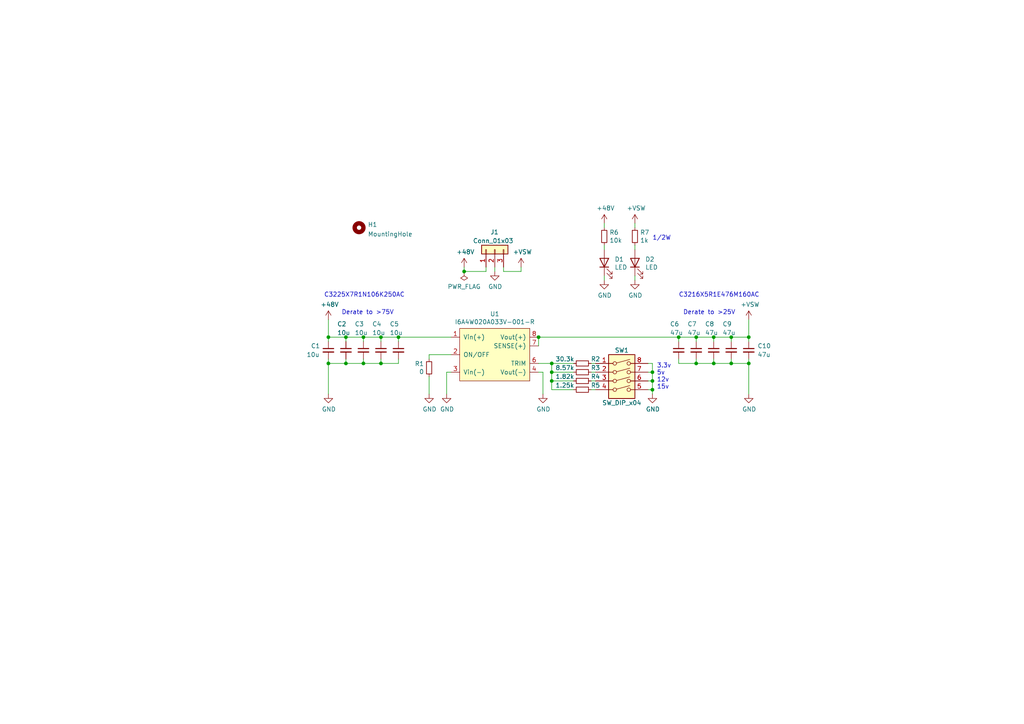
<source format=kicad_sch>
(kicad_sch (version 20211123) (generator eeschema)
  (paper "A4")
  (lib_symbols
    (symbol "Connector_Generic:Conn_01x03" (pin_names (offset 1.016) hide)
      (property "Reference" "J" (at 0 5.08 0))
      (property "Value" "Conn_01x03" (at 0 -5.08 0))
      (symbol "Conn_01x03_1_1"
        (rectangle (start -1.27 -2.413) (end 0 -2.667) (stroke (width 0.1524)))
        (rectangle (start -1.27 0.127) (end 0 -0.127) (stroke (width 0.1524)))
        (rectangle (start -1.27 2.667) (end 0 2.413) (stroke (width 0.1524)))
        (rectangle (start -1.27 3.81) (end 1.27 -3.81) (stroke (width 0.254)) (fill (type background)))
        (pin passive line (at -5.08 2.54 0) (length 3.81) (name "Pin_1") (number "1"))
        (pin passive line (at -5.08 0 0) (length 3.81) (name "Pin_2") (number "2"))
        (pin passive line (at -5.08 -2.54 0) (length 3.81) (name "Pin_3") (number "3"))
      )
    )
    (symbol "Device:C_Small" (pin_numbers hide) (pin_names (offset 0.254) hide)
      (property "Reference" "C" (at 0.254 1.778 0))
      (property "Value" "C_Small" (at 0.254 -2.032 0))
      (symbol "C_Small_0_1"
        (polyline (pts (xy -1.524 -0.508) (xy 1.524 -0.508)) (stroke (width 0.3302)))
        (polyline (pts (xy -1.524 0.508) (xy 1.524 0.508)) (stroke (width 0.3048)))
      )
      (symbol "C_Small_1_1"
        (pin passive line (at 0 2.54 270) (length 2.032) (name "~") (number "1"))
        (pin passive line (at 0 -2.54 90) (length 2.032) (name "~") (number "2"))
      )
    )
    (symbol "Device:LED" (pin_numbers hide) (pin_names (offset 1.016) hide)
      (property "Reference" "D" (at 0 2.54 0))
      (property "Value" "LED" (at 0 -2.54 0))
      (symbol "LED_0_1"
        (polyline (pts (xy -1.27 -1.27) (xy -1.27 1.27)) (stroke (width 0.254)))
        (polyline (pts (xy -1.27 0) (xy 1.27 0)))
        (polyline (pts (xy 1.27 -1.27) (xy 1.27 1.27) (xy -1.27 0) (xy 1.27 -1.27)) (stroke (width 0.254)))
        (polyline (pts (xy -3.048 -0.762) (xy -4.572 -2.286) (xy -3.81 -2.286) (xy -4.572 -2.286) (xy -4.572 -1.524)))
        (polyline (pts (xy -1.778 -0.762) (xy -3.302 -2.286) (xy -2.54 -2.286) (xy -3.302 -2.286) (xy -3.302 -1.524)))
      )
      (symbol "LED_1_1"
        (pin passive line (at -3.81 0 0) (length 2.54) (name "K") (number "1"))
        (pin passive line (at 3.81 0 180) (length 2.54) (name "A") (number "2"))
      )
    )
    (symbol "Device:R_Small" (pin_numbers hide) (pin_names (offset 0.254) hide)
      (property "Reference" "R" (at 0.762 0.508 0))
      (property "Value" "R_Small" (at 0.762 -1.016 0))
      (symbol "R_Small_0_1"
        (rectangle (start -0.762 1.778) (end 0.762 -1.778) (stroke (width 0.2032)))
      )
      (symbol "R_Small_1_1"
        (pin passive line (at 0 2.54 270) (length 0.762) (name "~") (number "1"))
        (pin passive line (at 0 -2.54 90) (length 0.762) (name "~") (number "2"))
      )
    )
    (symbol "Mechanical:MountingHole" (pin_names (offset 1.016))
      (property "Reference" "H" (at 0 5.08 0))
      (property "Value" "MountingHole" (at 0 3.175 0))
      (symbol "MountingHole_0_1"
        (circle (center 0 0) (radius 1.27) (stroke (width 1.27)))
      )
    )
    (symbol "Switch:SW_DIP_x04" (pin_names (offset 0) hide)
      (property "Reference" "SW" (at 0 8.89 0))
      (property "Value" "SW_DIP_x04" (at 0 -6.35 0))
      (symbol "SW_DIP_x04_0_0"
        (circle (center -2.032 -2.54) (radius 0.508))
        (circle (center -2.032 0) (radius 0.508))
        (circle (center -2.032 2.54) (radius 0.508))
        (circle (center -2.032 5.08) (radius 0.508))
        (polyline (pts (xy -1.524 -2.3876) (xy 2.3622 -1.3462)))
        (polyline (pts (xy -1.524 0.127) (xy 2.3622 1.1684)))
        (polyline (pts (xy -1.524 2.667) (xy 2.3622 3.7084)))
        (polyline (pts (xy -1.524 5.207) (xy 2.3622 6.2484)))
        (circle (center 2.032 -2.54) (radius 0.508))
        (circle (center 2.032 0) (radius 0.508))
        (circle (center 2.032 2.54) (radius 0.508))
        (circle (center 2.032 5.08) (radius 0.508))
      )
      (symbol "SW_DIP_x04_0_1"
        (rectangle (start -3.81 7.62) (end 3.81 -5.08) (stroke (width 0.254)) (fill (type background)))
      )
      (symbol "SW_DIP_x04_1_1"
        (pin passive line (at -7.62 5.08 0) (length 5.08) (name "~") (number "1"))
        (pin passive line (at -7.62 2.54 0) (length 5.08) (name "~") (number "2"))
        (pin passive line (at -7.62 0 0) (length 5.08) (name "~") (number "3"))
        (pin passive line (at -7.62 -2.54 0) (length 5.08) (name "~") (number "4"))
        (pin passive line (at 7.62 -2.54 180) (length 5.08) (name "~") (number "5"))
        (pin passive line (at 7.62 0 180) (length 5.08) (name "~") (number "6"))
        (pin passive line (at 7.62 2.54 180) (length 5.08) (name "~") (number "7"))
        (pin passive line (at 7.62 5.08 180) (length 5.08) (name "~") (number "8"))
      )
    )
    (symbol "extraparts:I6A4W020A033V-001-R" (pin_names (offset 1.016))
      (property "Reference" "U" (at 0 11.43 0))
      (property "Value" "I6A4W020A033V-001-R" (at 0 8.89 0))
      (symbol "I6A4W020A033V-001-R_0_1"
        (rectangle (start -10.16 7.62) (end 10.16 -7.62) (fill (type background)))
      )
      (symbol "I6A4W020A033V-001-R_1_1"
        (pin power_in line (at -12.7 5.08 0) (length 2.54) (name "Vin(+)") (number "1"))
        (pin input line (at -12.7 0 0) (length 2.54) (name "ON/OFF") (number "2"))
        (pin power_in line (at -12.7 -5.08 0) (length 2.54) (name "Vin(-)") (number "3"))
        (pin power_out line (at 12.7 -5.08 180) (length 2.54) (name "Vout(-)") (number "4"))
        (pin input line (at 12.7 -2.54 180) (length 2.54) (name "TRIM") (number "6"))
        (pin input line (at 12.7 2.54 180) (length 2.54) (name "SENSE(+)") (number "7"))
        (pin power_out line (at 12.7 5.08 180) (length 2.54) (name "Vout(+)") (number "8"))
      )
    )
    (symbol "power:+48V" (power) (pin_names (offset 0))
      (property "Value" "+48V" (at 0 3.556 0))
      (symbol "+48V_0_1"
        (polyline (pts (xy -0.762 1.27) (xy 0 2.54)))
        (polyline (pts (xy 0 0) (xy 0 2.54)))
        (polyline (pts (xy 0 2.54) (xy 0.762 1.27)))
      )
      (symbol "+48V_1_1"
        (pin power_in line (at 0 0 90) (length 0) hide (name "+48V") (number "1"))
      )
    )
    (symbol "power:+VSW" (power) (pin_names (offset 0))
      (property "Value" "+VSW" (at 0 3.556 0))
      (symbol "+VSW_0_1"
        (polyline (pts (xy -0.762 1.27) (xy 0 2.54)))
        (polyline (pts (xy 0 0) (xy 0 2.54)))
        (polyline (pts (xy 0 2.54) (xy 0.762 1.27)))
      )
      (symbol "+VSW_1_1"
        (pin power_in line (at 0 0 90) (length 0) hide (name "+VSW") (number "1"))
      )
    )
    (symbol "power:GND" (power) (pin_names (offset 0))
      (property "Value" "GND" (at 0 -3.81 0))
      (symbol "GND_0_1"
        (polyline (pts (xy 0 0) (xy 0 -1.27) (xy 1.27 -1.27) (xy 0 -2.54) (xy -1.27 -1.27) (xy 0 -1.27)))
      )
      (symbol "GND_1_1"
        (pin power_in line (at 0 0 270) (length 0) hide (name "GND") (number "1"))
      )
    )
    (symbol "power:PWR_FLAG" (power) (pin_numbers hide) (pin_names (offset 0) hide)
      (property "Value" "PWR_FLAG" (at 0 3.81 0))
      (symbol "PWR_FLAG_0_0"
        (pin power_out line (at 0 0 90) (length 0) (name "pwr") (number "1"))
      )
      (symbol "PWR_FLAG_0_1"
        (polyline (pts (xy 0 0) (xy 0 1.27) (xy -1.016 1.905) (xy 0 2.54) (xy 1.016 1.905) (xy 0 1.27)))
      )
    )
  )
  (junction (at 207.01 105.41))
  (junction (at 160.02 110.49))
  (junction (at 95.25 105.41))
  (junction (at 100.33 105.41))
  (junction (at 100.33 97.79))
  (junction (at 115.57 97.79))
  (junction (at 196.85 97.79))
  (junction (at 217.17 105.41))
  (junction (at 201.93 105.41))
  (junction (at 110.49 97.79))
  (junction (at 189.23 110.49))
  (junction (at 217.17 97.79))
  (junction (at 105.41 97.79))
  (junction (at 160.02 107.95))
  (junction (at 201.93 97.79))
  (junction (at 105.41 105.41))
  (junction (at 189.23 113.03))
  (junction (at 212.09 105.41))
  (junction (at 189.23 107.95))
  (junction (at 207.01 97.79))
  (junction (at 212.09 97.79))
  (junction (at 160.02 105.41))
  (junction (at 95.25 97.79))
  (junction (at 156.21 97.79))
  (junction (at 134.62 78.74))
  (junction (at 110.49 105.41))
  (wire (pts (xy 196.85 105.41) (xy 201.93 105.41)))
  (wire (pts (xy 196.85 97.79) (xy 196.85 99.06)))
  (wire (pts (xy 187.96 107.95) (xy 189.23 107.95)))
  (wire (pts (xy 171.45 107.95) (xy 172.72 107.95)))
  (wire (pts (xy 156.21 100.33) (xy 156.21 97.79)))
  (wire (pts (xy 115.57 97.79) (xy 110.49 97.79)))
  (wire (pts (xy 95.25 104.14) (xy 95.25 105.41)))
  (wire (pts (xy 175.26 80.01) (xy 175.26 81.28)))
  (wire (pts (xy 201.93 99.06) (xy 201.93 97.79)))
  (wire (pts (xy 189.23 107.95) (xy 189.23 105.41)))
  (wire (pts (xy 166.37 110.49) (xy 160.02 110.49)))
  (wire (pts (xy 105.41 97.79) (xy 110.49 97.79)))
  (wire (pts (xy 160.02 105.41) (xy 156.21 105.41)))
  (wire (pts (xy 134.62 77.47) (xy 134.62 78.74)))
  (wire (pts (xy 95.25 92.71) (xy 95.25 97.79)))
  (wire (pts (xy 212.09 105.41) (xy 217.17 105.41)))
  (wire (pts (xy 100.33 105.41) (xy 105.41 105.41)))
  (wire (pts (xy 143.51 77.47) (xy 143.51 78.74)))
  (wire (pts (xy 105.41 99.06) (xy 105.41 97.79)))
  (wire (pts (xy 196.85 97.79) (xy 156.21 97.79)))
  (wire (pts (xy 95.25 105.41) (xy 95.25 114.3)))
  (wire (pts (xy 166.37 105.41) (xy 160.02 105.41)))
  (wire (pts (xy 100.33 99.06) (xy 100.33 97.79)))
  (wire (pts (xy 212.09 97.79) (xy 217.17 97.79)))
  (wire (pts (xy 110.49 99.06) (xy 110.49 97.79)))
  (wire (pts (xy 217.17 92.71) (xy 217.17 97.79)))
  (wire (pts (xy 217.17 105.41) (xy 217.17 114.3)))
  (wire (pts (xy 217.17 104.14) (xy 217.17 105.41)))
  (wire (pts (xy 166.37 113.03) (xy 160.02 113.03)))
  (wire (pts (xy 175.26 64.77) (xy 175.26 66.04)))
  (wire (pts (xy 201.93 97.79) (xy 196.85 97.79)))
  (wire (pts (xy 146.05 77.47) (xy 146.05 78.74)))
  (wire (pts (xy 187.96 113.03) (xy 189.23 113.03)))
  (wire (pts (xy 160.02 113.03) (xy 160.02 110.49)))
  (wire (pts (xy 196.85 104.14) (xy 196.85 105.41)))
  (wire (pts (xy 95.25 105.41) (xy 100.33 105.41)))
  (wire (pts (xy 100.33 97.79) (xy 105.41 97.79)))
  (wire (pts (xy 184.15 80.01) (xy 184.15 81.28)))
  (wire (pts (xy 201.93 105.41) (xy 207.01 105.41)))
  (wire (pts (xy 124.46 104.14) (xy 124.46 102.87)))
  (wire (pts (xy 171.45 105.41) (xy 172.72 105.41)))
  (wire (pts (xy 207.01 99.06) (xy 207.01 97.79)))
  (wire (pts (xy 146.05 78.74) (xy 151.13 78.74)))
  (wire (pts (xy 110.49 105.41) (xy 115.57 105.41)))
  (wire (pts (xy 166.37 107.95) (xy 160.02 107.95)))
  (wire (pts (xy 187.96 110.49) (xy 189.23 110.49)))
  (wire (pts (xy 189.23 113.03) (xy 189.23 110.49)))
  (wire (pts (xy 115.57 99.06) (xy 115.57 97.79)))
  (wire (pts (xy 189.23 110.49) (xy 189.23 107.95)))
  (wire (pts (xy 184.15 71.12) (xy 184.15 72.39)))
  (wire (pts (xy 160.02 110.49) (xy 160.02 107.95)))
  (wire (pts (xy 184.15 64.77) (xy 184.15 66.04)))
  (wire (pts (xy 157.48 114.3) (xy 157.48 107.95)))
  (wire (pts (xy 110.49 104.14) (xy 110.49 105.41)))
  (wire (pts (xy 124.46 114.3) (xy 124.46 109.22)))
  (wire (pts (xy 105.41 105.41) (xy 110.49 105.41)))
  (wire (pts (xy 172.72 110.49) (xy 171.45 110.49)))
  (wire (pts (xy 207.01 105.41) (xy 212.09 105.41)))
  (wire (pts (xy 105.41 104.14) (xy 105.41 105.41)))
  (wire (pts (xy 95.25 97.79) (xy 100.33 97.79)))
  (wire (pts (xy 129.54 114.3) (xy 129.54 107.95)))
  (wire (pts (xy 151.13 78.74) (xy 151.13 77.47)))
  (wire (pts (xy 134.62 78.74) (xy 140.97 78.74)))
  (wire (pts (xy 160.02 107.95) (xy 160.02 105.41)))
  (wire (pts (xy 130.81 97.79) (xy 115.57 97.79)))
  (wire (pts (xy 171.45 113.03) (xy 172.72 113.03)))
  (wire (pts (xy 175.26 71.12) (xy 175.26 72.39)))
  (wire (pts (xy 201.93 104.14) (xy 201.93 105.41)))
  (wire (pts (xy 115.57 105.41) (xy 115.57 104.14)))
  (wire (pts (xy 212.09 99.06) (xy 212.09 97.79)))
  (wire (pts (xy 189.23 105.41) (xy 187.96 105.41)))
  (wire (pts (xy 124.46 102.87) (xy 130.81 102.87)))
  (wire (pts (xy 189.23 114.3) (xy 189.23 113.03)))
  (wire (pts (xy 217.17 97.79) (xy 217.17 99.06)))
  (wire (pts (xy 207.01 97.79) (xy 212.09 97.79)))
  (wire (pts (xy 212.09 104.14) (xy 212.09 105.41)))
  (wire (pts (xy 95.25 99.06) (xy 95.25 97.79)))
  (wire (pts (xy 129.54 107.95) (xy 130.81 107.95)))
  (wire (pts (xy 157.48 107.95) (xy 156.21 107.95)))
  (wire (pts (xy 207.01 104.14) (xy 207.01 105.41)))
  (wire (pts (xy 100.33 104.14) (xy 100.33 105.41)))
  (wire (pts (xy 201.93 97.79) (xy 207.01 97.79)))
  (wire (pts (xy 140.97 78.74) (xy 140.97 77.47)))
  (text "1/2W" (at 189.23 69.85 0) (effects (font (size 1.27 1.27)) (justify left bottom)))
  (text "3.3v\n5v\n12v\n15v" (at 190.5 113.03 0) (effects (font (size 1.27 1.27)) (justify left bottom)))
  (text "Derate to >75V" (at 99.06 91.44 0) (effects (font (size 1.27 1.27)) (justify left bottom)))
  (text "C3225X7R1N106K250AC" (at 93.98 86.36 0) (effects (font (size 1.27 1.27)) (justify left bottom)))
  (text "C3216X5R1E476M160AC" (at 196.85 86.36 0) (effects (font (size 1.27 1.27)) (justify left bottom)))
  (text "Derate to >25V" (at 198.12 91.44 0) (effects (font (size 1.27 1.27)) (justify left bottom)))
  (symbol (lib_id "extraparts:I6A4W020A033V-001-R") (at 143.51 102.87 0) (unit 1)
    (property "Reference" "U1" (at 143.51 91.059 0))
    (property "Value" "I6A4W020A033V-001-R" (at 143.51 93.3704 0))
    (property "Footprint" "extraparts:I6A4W020A033V-001-R" (effects hide))
  )
  (symbol (lib_id "Device:R_Small") (at 124.46 106.68 0) (mirror x) (unit 1)
    (property "Reference" "R1" (at 122.9868 105.5116 0) (effects (justify right)))
    (property "Value" "0" (at 122.9868 107.823 0) (effects (justify right)))
    (property "Footprint" "Resistor_SMD:R_0603_1608Metric" (effects hide))
  )
  (symbol (lib_id "power:GND") (at 129.54 114.3 0) (unit 1)
    (property "Reference" "#PWR04" (effects hide))
    (property "Value" "GND" (at 129.667 118.6942 0))
  )
  (symbol (lib_id "power:GND") (at 124.46 114.3 0) (unit 1)
    (property "Reference" "#PWR03" (effects hide))
    (property "Value" "GND" (at 124.587 118.6942 0))
  )
  (symbol (lib_id "power:GND") (at 157.48 114.3 0) (unit 1)
    (property "Reference" "#PWR08" (effects hide))
    (property "Value" "GND" (at 157.607 118.6942 0))
  )
  (symbol (lib_id "Switch:SW_DIP_x04") (at 180.34 110.49 0) (unit 1)
    (property "Reference" "SW1" (at 180.34 101.6 0))
    (property "Value" "SW_DIP_x04" (at 180.34 116.84 0))
    (property "Footprint" "Button_Switch_SMD:SW_DIP_SPSTx04_Slide_Omron_A6H-4101_W6.15mm_P1.27mm" (effects hide))
  )
  (symbol (lib_id "Device:R_Small") (at 168.91 105.41 270) (unit 1)
    (property "Reference" "R2" (at 172.72 104.14 90))
    (property "Value" "30.3k" (at 163.83 104.14 90))
    (property "Footprint" "Resistor_SMD:R_0603_1608Metric" (effects hide))
  )
  (symbol (lib_id "Device:R_Small") (at 168.91 107.95 270) (unit 1)
    (property "Reference" "R3" (at 172.72 106.68 90))
    (property "Value" "8.57k" (at 163.83 106.68 90))
    (property "Footprint" "Resistor_SMD:R_0603_1608Metric" (effects hide))
  )
  (symbol (lib_id "Device:R_Small") (at 168.91 110.49 270) (unit 1)
    (property "Reference" "R4" (at 172.72 109.22 90))
    (property "Value" "1.82k" (at 163.83 109.22 90))
    (property "Footprint" "Resistor_SMD:R_0603_1608Metric" (effects hide))
  )
  (symbol (lib_id "Device:R_Small") (at 168.91 113.03 270) (unit 1)
    (property "Reference" "R5" (at 172.72 111.76 90))
    (property "Value" "1.25k" (at 163.83 111.76 90))
    (property "Footprint" "Resistor_SMD:R_0603_1608Metric" (effects hide))
  )
  (symbol (lib_id "power:GND") (at 189.23 114.3 0) (unit 1)
    (property "Reference" "#PWR013" (effects hide))
    (property "Value" "GND" (at 189.357 118.6942 0))
  )
  (symbol (lib_id "Device:C_Small") (at 110.49 101.6 0) (unit 1)
    (property "Reference" "C4" (at 107.95 93.98 0) (effects (justify left)))
    (property "Value" "10u" (at 107.95 96.52 0) (effects (justify left)))
    (property "Footprint" "Capacitor_SMD:C_1210_3225Metric" (effects hide))
  )
  (symbol (lib_id "Device:C_Small") (at 115.57 101.6 0) (unit 1)
    (property "Reference" "C5" (at 113.03 93.98 0) (effects (justify left)))
    (property "Value" "10u" (at 113.03 96.52 0) (effects (justify left)))
    (property "Footprint" "Capacitor_SMD:C_1210_3225Metric" (effects hide))
  )
  (symbol (lib_id "power:GND") (at 95.25 114.3 0) (unit 1)
    (property "Reference" "#PWR02" (effects hide))
    (property "Value" "GND" (at 95.377 118.6942 0))
  )
  (symbol (lib_id "power:+48V") (at 95.25 92.71 0) (unit 1)
    (property "Reference" "#PWR01" (effects hide))
    (property "Value" "+48V" (at 95.631 88.3158 0))
  )
  (symbol (lib_id "Device:C_Small") (at 201.93 101.6 0) (unit 1)
    (property "Reference" "C7" (at 199.39 93.98 0) (effects (justify left)))
    (property "Value" "47u" (at 199.39 96.52 0) (effects (justify left)))
    (property "Footprint" "Capacitor_SMD:C_1206_3216Metric" (effects hide))
  )
  (symbol (lib_id "Device:C_Small") (at 207.01 101.6 0) (unit 1)
    (property "Reference" "C8" (at 204.47 93.98 0) (effects (justify left)))
    (property "Value" "47u" (at 204.47 96.52 0) (effects (justify left)))
    (property "Footprint" "Capacitor_SMD:C_1206_3216Metric" (effects hide))
  )
  (symbol (lib_id "Device:C_Small") (at 212.09 101.6 0) (unit 1)
    (property "Reference" "C9" (at 209.55 93.98 0) (effects (justify left)))
    (property "Value" "47u" (at 209.55 96.52 0) (effects (justify left)))
    (property "Footprint" "Capacitor_SMD:C_1206_3216Metric" (effects hide))
  )
  (symbol (lib_id "Device:C_Small") (at 217.17 101.6 0) (unit 1)
    (property "Reference" "C10" (at 219.71 100.33 0) (effects (justify left)))
    (property "Value" "47u" (at 219.71 102.87 0) (effects (justify left)))
    (property "Footprint" "Capacitor_SMD:C_1206_3216Metric" (effects hide))
  )
  (symbol (lib_id "power:GND") (at 217.17 114.3 0) (unit 1)
    (property "Reference" "#PWR015" (effects hide))
    (property "Value" "GND" (at 217.297 118.6942 0))
  )
  (symbol (lib_id "power:+VSW") (at 217.17 92.71 0) (unit 1)
    (property "Reference" "#PWR014" (effects hide))
    (property "Value" "+VSW" (at 217.551 88.3158 0))
  )
  (symbol (lib_id "Connector_Generic:Conn_01x03") (at 143.51 72.39 90) (unit 1)
    (property "Reference" "J1" (at 142.24 67.31 90) (effects (justify right)))
    (property "Value" "Conn_01x03" (at 137.16 69.85 90) (effects (justify right)))
    (property "Footprint" "extraparts:Samtec_mPOWER_UMPT_3pin" (effects hide))
  )
  (symbol (lib_id "power:GND") (at 143.51 78.74 0) (unit 1)
    (property "Reference" "#PWR06" (effects hide))
    (property "Value" "GND" (at 143.637 83.1342 0))
  )
  (symbol (lib_id "power:+48V") (at 134.62 77.47 0) (unit 1)
    (property "Reference" "#PWR05" (effects hide))
    (property "Value" "+48V" (at 135.001 73.0758 0))
  )
  (symbol (lib_id "power:+VSW") (at 151.13 77.47 0) (unit 1)
    (property "Reference" "#PWR07" (effects hide))
    (property "Value" "+VSW" (at 151.511 73.0758 0))
  )
  (symbol (lib_id "Device:R_Small") (at 175.26 68.58 0) (unit 1)
    (property "Reference" "R6" (at 176.7586 67.4116 0) (effects (justify left)))
    (property "Value" "10k" (at 176.7586 69.723 0) (effects (justify left)))
    (property "Footprint" "Resistor_SMD:R_1206_3216Metric" (effects hide))
  )
  (symbol (lib_id "Device:LED") (at 175.26 76.2 90) (unit 1)
    (property "Reference" "D1" (at 178.2572 75.2094 90) (effects (justify right)))
    (property "Value" "LED" (at 178.2572 77.5208 90) (effects (justify right)))
    (property "Footprint" "LED_SMD:LED_0603_1608Metric" (effects hide))
  )
  (symbol (lib_id "power:+48V") (at 175.26 64.77 0) (unit 1)
    (property "Reference" "#PWR09" (effects hide))
    (property "Value" "+48V" (at 175.641 60.3758 0))
  )
  (symbol (lib_id "power:GND") (at 175.26 81.28 0) (unit 1)
    (property "Reference" "#PWR010" (effects hide))
    (property "Value" "GND" (at 175.387 85.6742 0))
  )
  (symbol (lib_id "Device:R_Small") (at 184.15 68.58 0) (unit 1)
    (property "Reference" "R7" (at 185.6486 67.4116 0) (effects (justify left)))
    (property "Value" "1k" (at 185.6486 69.723 0) (effects (justify left)))
    (property "Footprint" "Resistor_SMD:R_1206_3216Metric" (effects hide))
  )
  (symbol (lib_id "Device:LED") (at 184.15 76.2 90) (unit 1)
    (property "Reference" "D2" (at 187.1472 75.2094 90) (effects (justify right)))
    (property "Value" "LED" (at 187.1472 77.5208 90) (effects (justify right)))
    (property "Footprint" "LED_SMD:LED_0603_1608Metric" (effects hide))
  )
  (symbol (lib_id "power:GND") (at 184.15 81.28 0) (unit 1)
    (property "Reference" "#PWR012" (effects hide))
    (property "Value" "GND" (at 184.277 85.6742 0))
  )
  (symbol (lib_id "power:+VSW") (at 184.15 64.77 0) (unit 1)
    (property "Reference" "#PWR011" (effects hide))
    (property "Value" "+VSW" (at 184.531 60.3758 0))
  )
  (symbol (lib_id "Device:C_Small") (at 105.41 101.6 0) (unit 1)
    (property "Reference" "C3" (at 102.87 93.98 0) (effects (justify left)))
    (property "Value" "10u" (at 102.87 96.52 0) (effects (justify left)))
    (property "Footprint" "Capacitor_SMD:C_1210_3225Metric" (effects hide))
  )
  (symbol (lib_id "Device:C_Small") (at 100.33 101.6 0) (unit 1)
    (property "Reference" "C2" (at 97.79 93.98 0) (effects (justify left)))
    (property "Value" "10u" (at 97.79 96.52 0) (effects (justify left)))
    (property "Footprint" "Capacitor_SMD:C_1210_3225Metric" (effects hide))
  )
  (symbol (lib_id "Device:C_Small") (at 95.25 101.6 0) (unit 1)
    (property "Reference" "C1" (at 90.17 100.33 0) (effects (justify left)))
    (property "Value" "10u" (at 88.9 102.87 0) (effects (justify left)))
    (property "Footprint" "Capacitor_SMD:C_1210_3225Metric" (effects hide))
  )
  (symbol (lib_id "power:PWR_FLAG") (at 134.62 78.74 180) (unit 1)
    (property "Reference" "#FLG01" (effects hide))
    (property "Value" "PWR_FLAG" (at 134.62 83.1342 0))
  )
  (symbol (lib_id "Device:C_Small") (at 196.85 101.6 0) (unit 1)
    (property "Reference" "C6" (at 194.31 93.98 0) (effects (justify left)))
    (property "Value" "47u" (at 194.31 96.52 0) (effects (justify left)))
    (property "Footprint" "Capacitor_SMD:C_1206_3216Metric" (effects hide))
  )
  (symbol (lib_id "Mechanical:MountingHole") (at 104.14 66.04 0) (unit 1)
    (property "Reference" "H1" (at 106.68 65.1315 0) (effects (justify left)))
    (property "Value" "MountingHole" (at 106.68 67.9066 0) (effects (justify left)))
    (property "Footprint" "MountingHole:MountingHole_3.2mm_M3" (effects hide))
  )
)
</source>
